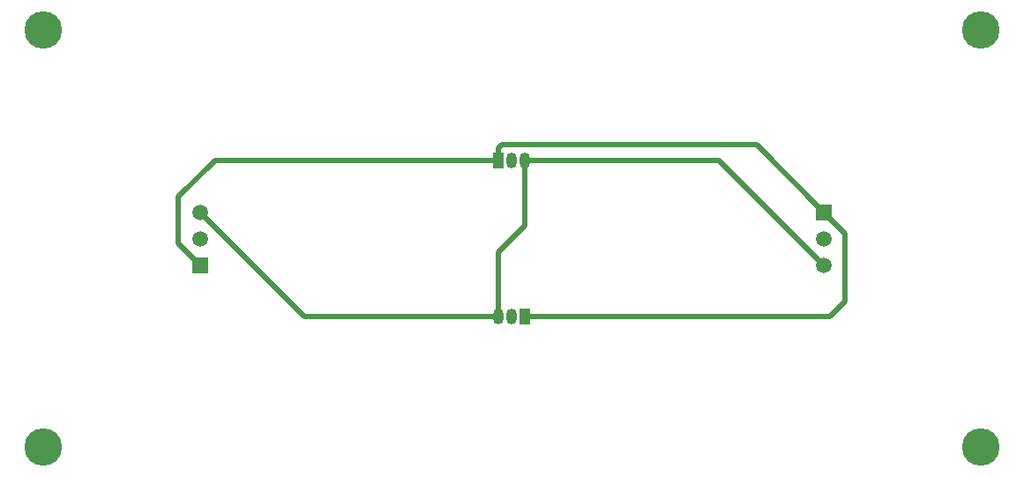
<source format=gbl>
%TF.GenerationSoftware,KiCad,Pcbnew,(6.0.8)*%
%TF.CreationDate,2023-05-12T01:14:41+02:00*%
%TF.ProjectId,SMDBattHolder,534d4442-6174-4744-986f-6c6465722e6b,rev?*%
%TF.SameCoordinates,Original*%
%TF.FileFunction,Copper,L2,Bot*%
%TF.FilePolarity,Positive*%
%FSLAX46Y46*%
G04 Gerber Fmt 4.6, Leading zero omitted, Abs format (unit mm)*
G04 Created by KiCad (PCBNEW (6.0.8)) date 2023-05-12 01:14:41*
%MOMM*%
%LPD*%
G01*
G04 APERTURE LIST*
%TA.AperFunction,ComponentPad*%
%ADD10C,3.600000*%
%TD*%
%TA.AperFunction,ComponentPad*%
%ADD11R,1.500000X1.500000*%
%TD*%
%TA.AperFunction,ComponentPad*%
%ADD12C,1.500000*%
%TD*%
%TA.AperFunction,ComponentPad*%
%ADD13R,1.050000X1.500000*%
%TD*%
%TA.AperFunction,ComponentPad*%
%ADD14O,1.050000X1.500000*%
%TD*%
%TA.AperFunction,Conductor*%
%ADD15C,0.500000*%
%TD*%
G04 APERTURE END LIST*
D10*
X290000000Y-115000000D03*
D11*
X305075000Y-137545000D03*
D12*
X305075000Y-135005000D03*
X305075000Y-132465000D03*
D10*
X380000000Y-155000000D03*
X290000000Y-155000000D03*
X380000000Y-115000000D03*
D11*
X364925000Y-132455000D03*
D12*
X364925000Y-134995000D03*
X364925000Y-137535000D03*
D13*
X333730000Y-127500000D03*
D14*
X335000000Y-127500000D03*
X336270000Y-127500000D03*
D13*
X336250000Y-142500000D03*
D14*
X334980000Y-142500000D03*
X333710000Y-142500000D03*
D15*
X303000000Y-135470000D02*
X305075000Y-137545000D01*
X334000000Y-126000000D02*
X358470000Y-126000000D01*
X333730000Y-126270000D02*
X334000000Y-126000000D01*
X306500000Y-127500000D02*
X303000000Y-131000000D01*
X333730000Y-127500000D02*
X333730000Y-126270000D01*
X364925000Y-132455000D02*
X367000000Y-134530000D01*
X367000000Y-141000000D02*
X365500000Y-142500000D01*
X303000000Y-131000000D02*
X303000000Y-135470000D01*
X367000000Y-134530000D02*
X367000000Y-141000000D01*
X358470000Y-126000000D02*
X364925000Y-132455000D01*
X365500000Y-142500000D02*
X336250000Y-142500000D01*
X333730000Y-127500000D02*
X306500000Y-127500000D01*
X364915000Y-135005000D02*
X364925000Y-134995000D01*
X335000000Y-142480000D02*
X334980000Y-142500000D01*
X336270000Y-127500000D02*
X336270000Y-133730000D01*
X315110000Y-142500000D02*
X305075000Y-132465000D01*
X333710000Y-136290000D02*
X333710000Y-142500000D01*
X354890000Y-127500000D02*
X364925000Y-137535000D01*
X333710000Y-142500000D02*
X315110000Y-142500000D01*
X336270000Y-127500000D02*
X336270000Y-127166142D01*
X336270000Y-127500000D02*
X354890000Y-127500000D01*
X336270000Y-133730000D02*
X333710000Y-136290000D01*
M02*

</source>
